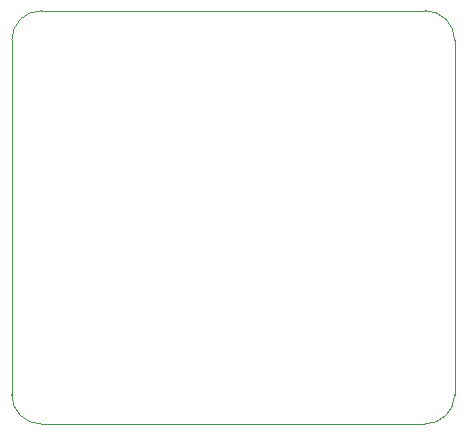
<source format=gbr>
%TF.GenerationSoftware,KiCad,Pcbnew,(6.0.6)*%
%TF.CreationDate,2022-07-26T20:01:32-05:00*%
%TF.ProjectId,Arduino_Clone,41726475-696e-46f5-9f43-6c6f6e652e6b,rev?*%
%TF.SameCoordinates,Original*%
%TF.FileFunction,Profile,NP*%
%FSLAX46Y46*%
G04 Gerber Fmt 4.6, Leading zero omitted, Abs format (unit mm)*
G04 Created by KiCad (PCBNEW (6.0.6)) date 2022-07-26 20:01:32*
%MOMM*%
%LPD*%
G01*
G04 APERTURE LIST*
%TA.AperFunction,Profile*%
%ADD10C,0.100000*%
%TD*%
G04 APERTURE END LIST*
D10*
X157500000Y-30000000D02*
X157500000Y-27500000D01*
X122500000Y-60000000D02*
X155000000Y-60000000D01*
X120000000Y-57500000D02*
X120000000Y-27500000D01*
X157500000Y-27500000D02*
G75*
G03*
X155000000Y-25000000I-2500000J0D01*
G01*
X120000000Y-57500000D02*
G75*
G03*
X122500000Y-60000000I2500000J0D01*
G01*
X157500000Y-57500000D02*
X157500000Y-30000000D01*
X122500000Y-25000000D02*
G75*
G03*
X120000000Y-27500000I0J-2500000D01*
G01*
X155000000Y-25000000D02*
X122500000Y-25000000D01*
X155000000Y-60000000D02*
G75*
G03*
X157500000Y-57500000I0J2500000D01*
G01*
M02*

</source>
